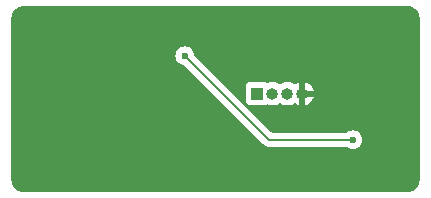
<source format=gbr>
%TF.GenerationSoftware,KiCad,Pcbnew,8.0.5*%
%TF.CreationDate,2025-01-07T00:48:21+01:00*%
%TF.ProjectId,my_Project3,6d795f50-726f-46a6-9563-74332e6b6963,rev?*%
%TF.SameCoordinates,Original*%
%TF.FileFunction,Copper,L2,Bot*%
%TF.FilePolarity,Positive*%
%FSLAX46Y46*%
G04 Gerber Fmt 4.6, Leading zero omitted, Abs format (unit mm)*
G04 Created by KiCad (PCBNEW 8.0.5) date 2025-01-07 00:48:21*
%MOMM*%
%LPD*%
G01*
G04 APERTURE LIST*
%TA.AperFunction,ComponentPad*%
%ADD10R,1.000000X1.000000*%
%TD*%
%TA.AperFunction,ComponentPad*%
%ADD11O,1.000000X1.000000*%
%TD*%
%TA.AperFunction,ViaPad*%
%ADD12C,0.600000*%
%TD*%
%TA.AperFunction,Conductor*%
%ADD13C,0.200000*%
%TD*%
G04 APERTURE END LIST*
D10*
%TO.P,J1,1,Pin_1*%
%TO.N,SWDCLK*%
X136180000Y-79396000D03*
D11*
%TO.P,J1,2,Pin_2*%
%TO.N,SWDIO*%
X137450000Y-79396000D03*
%TO.P,J1,3,Pin_3*%
%TO.N,+3.3V*%
X138720000Y-79396000D03*
%TO.P,J1,4,Pin_4*%
%TO.N,GND*%
X139990000Y-79396000D03*
%TD*%
D12*
%TO.N,GND*%
X122844000Y-81788000D03*
X124044000Y-80264000D03*
%TO.N,+5V*%
X144272000Y-83312000D03*
X130048000Y-76200000D03*
%TD*%
D13*
%TO.N,GND*%
X122844000Y-81788000D02*
X122844000Y-81464000D01*
X122844000Y-81464000D02*
X124044000Y-80264000D01*
%TO.N,+5V*%
X130048000Y-76200000D02*
X137160000Y-83312000D01*
X137160000Y-83312000D02*
X144272000Y-83312000D01*
%TD*%
%TA.AperFunction,Conductor*%
%TO.N,GND*%
G36*
X148901395Y-71976972D02*
G01*
X149062919Y-71991103D01*
X149084204Y-71994855D01*
X149235587Y-72035419D01*
X149255885Y-72042807D01*
X149375564Y-72098614D01*
X149397915Y-72109037D01*
X149416634Y-72119844D01*
X149545010Y-72209734D01*
X149561567Y-72223628D01*
X149672371Y-72334432D01*
X149686265Y-72350989D01*
X149776155Y-72479365D01*
X149786962Y-72498084D01*
X149853189Y-72640107D01*
X149860582Y-72660418D01*
X149901143Y-72811794D01*
X149904896Y-72833080D01*
X149919028Y-72994603D01*
X149919500Y-73005411D01*
X149919500Y-86710588D01*
X149919028Y-86721396D01*
X149904896Y-86882919D01*
X149901143Y-86904205D01*
X149860582Y-87055581D01*
X149853189Y-87075892D01*
X149786962Y-87217915D01*
X149776155Y-87236634D01*
X149686265Y-87365010D01*
X149672371Y-87381567D01*
X149561567Y-87492371D01*
X149545010Y-87506265D01*
X149416634Y-87596155D01*
X149397915Y-87606962D01*
X149255892Y-87673189D01*
X149235581Y-87680582D01*
X149084205Y-87721143D01*
X149062919Y-87724896D01*
X148917332Y-87737633D01*
X148901394Y-87739028D01*
X148890588Y-87739500D01*
X116389412Y-87739500D01*
X116378605Y-87739028D01*
X116360754Y-87737466D01*
X116217080Y-87724896D01*
X116195794Y-87721143D01*
X116044418Y-87680582D01*
X116024107Y-87673189D01*
X115882084Y-87606962D01*
X115863365Y-87596155D01*
X115734989Y-87506265D01*
X115718432Y-87492371D01*
X115607628Y-87381567D01*
X115593734Y-87365010D01*
X115503844Y-87236634D01*
X115493037Y-87217915D01*
X115482614Y-87195564D01*
X115426807Y-87075885D01*
X115419419Y-87055587D01*
X115378855Y-86904204D01*
X115375103Y-86882918D01*
X115360972Y-86721395D01*
X115360500Y-86710588D01*
X115360500Y-76199996D01*
X129242435Y-76199996D01*
X129242435Y-76200003D01*
X129262630Y-76379249D01*
X129262631Y-76379254D01*
X129322211Y-76549523D01*
X129418184Y-76702262D01*
X129545738Y-76829816D01*
X129698478Y-76925789D01*
X129868745Y-76985368D01*
X129955669Y-76995161D01*
X130020080Y-77022226D01*
X130029465Y-77030700D01*
X136675139Y-83676374D01*
X136675149Y-83676385D01*
X136679479Y-83680715D01*
X136679480Y-83680716D01*
X136791284Y-83792520D01*
X136878095Y-83842639D01*
X136878097Y-83842641D01*
X136916151Y-83864611D01*
X136928215Y-83871577D01*
X137080943Y-83912501D01*
X137080946Y-83912501D01*
X137246653Y-83912501D01*
X137246669Y-83912500D01*
X143689588Y-83912500D01*
X143756627Y-83932185D01*
X143766903Y-83939555D01*
X143769736Y-83941814D01*
X143769738Y-83941816D01*
X143922478Y-84037789D01*
X144092745Y-84097368D01*
X144092750Y-84097369D01*
X144271996Y-84117565D01*
X144272000Y-84117565D01*
X144272004Y-84117565D01*
X144451249Y-84097369D01*
X144451252Y-84097368D01*
X144451255Y-84097368D01*
X144621522Y-84037789D01*
X144774262Y-83941816D01*
X144901816Y-83814262D01*
X144997789Y-83661522D01*
X145057368Y-83491255D01*
X145077565Y-83312000D01*
X145057368Y-83132745D01*
X144997789Y-82962478D01*
X144901816Y-82809738D01*
X144774262Y-82682184D01*
X144763117Y-82675181D01*
X144621523Y-82586211D01*
X144451254Y-82526631D01*
X144451249Y-82526630D01*
X144272004Y-82506435D01*
X144271996Y-82506435D01*
X144092750Y-82526630D01*
X144092745Y-82526631D01*
X143922476Y-82586211D01*
X143769736Y-82682185D01*
X143766903Y-82684445D01*
X143764724Y-82685334D01*
X143763842Y-82685889D01*
X143763744Y-82685734D01*
X143702217Y-82710855D01*
X143689588Y-82711500D01*
X137460097Y-82711500D01*
X137393058Y-82691815D01*
X137372416Y-82675181D01*
X133545370Y-78848135D01*
X135179500Y-78848135D01*
X135179500Y-79943870D01*
X135179501Y-79943876D01*
X135185908Y-80003483D01*
X135236202Y-80138328D01*
X135236206Y-80138335D01*
X135322452Y-80253544D01*
X135322455Y-80253547D01*
X135437664Y-80339793D01*
X135437671Y-80339797D01*
X135572517Y-80390091D01*
X135572516Y-80390091D01*
X135579444Y-80390835D01*
X135632127Y-80396500D01*
X136727872Y-80396499D01*
X136787483Y-80390091D01*
X136922331Y-80339796D01*
X136930379Y-80333770D01*
X136995842Y-80309351D01*
X137059474Y-80322895D01*
X137059645Y-80322483D01*
X137061875Y-80323406D01*
X137063146Y-80323677D01*
X137065273Y-80324814D01*
X137253868Y-80382024D01*
X137450000Y-80401341D01*
X137646132Y-80382024D01*
X137834727Y-80324814D01*
X138008538Y-80231910D01*
X138008544Y-80231904D01*
X138013607Y-80228523D01*
X138014703Y-80230164D01*
X138070639Y-80206405D01*
X138139507Y-80218194D01*
X138156148Y-80228888D01*
X138156393Y-80228523D01*
X138161458Y-80231907D01*
X138161462Y-80231910D01*
X138306344Y-80309351D01*
X138333147Y-80323678D01*
X138335273Y-80324814D01*
X138523868Y-80382024D01*
X138720000Y-80401341D01*
X138916132Y-80382024D01*
X139104727Y-80324814D01*
X139278538Y-80231910D01*
X139278544Y-80231904D01*
X139283607Y-80228523D01*
X139284624Y-80230045D01*
X139341021Y-80206084D01*
X139409890Y-80217866D01*
X139426424Y-80228489D01*
X139426678Y-80228110D01*
X139431738Y-80231491D01*
X139605465Y-80324349D01*
X139740000Y-80365159D01*
X140240000Y-80365159D01*
X140374534Y-80324349D01*
X140548260Y-80231491D01*
X140700528Y-80106528D01*
X140825492Y-79954260D01*
X140825496Y-79954253D01*
X140918347Y-79780541D01*
X140959160Y-79646000D01*
X140240000Y-79646000D01*
X140240000Y-80365159D01*
X139740000Y-80365159D01*
X139740000Y-79605618D01*
X139790446Y-79656064D01*
X139864555Y-79698851D01*
X139947213Y-79721000D01*
X140032787Y-79721000D01*
X140115445Y-79698851D01*
X140189554Y-79656064D01*
X140250064Y-79595554D01*
X140292851Y-79521445D01*
X140315000Y-79438787D01*
X140315000Y-79353213D01*
X140292851Y-79270555D01*
X140250064Y-79196446D01*
X140199618Y-79146000D01*
X140240000Y-79146000D01*
X140959160Y-79146000D01*
X140959160Y-79145999D01*
X140918347Y-79011458D01*
X140825496Y-78837746D01*
X140825492Y-78837739D01*
X140700528Y-78685471D01*
X140548260Y-78560507D01*
X140548253Y-78560503D01*
X140374541Y-78467652D01*
X140240000Y-78426839D01*
X140240000Y-79146000D01*
X140199618Y-79146000D01*
X140189554Y-79135936D01*
X140115445Y-79093149D01*
X140032787Y-79071000D01*
X139947213Y-79071000D01*
X139864555Y-79093149D01*
X139790446Y-79135936D01*
X139740000Y-79186382D01*
X139740000Y-78426839D01*
X139739999Y-78426839D01*
X139605458Y-78467652D01*
X139431742Y-78560505D01*
X139426673Y-78563893D01*
X139425556Y-78562221D01*
X139369715Y-78585921D01*
X139300851Y-78574111D01*
X139283811Y-78563158D01*
X139283601Y-78563473D01*
X139278532Y-78560086D01*
X139104733Y-78467188D01*
X139104727Y-78467186D01*
X138916132Y-78409976D01*
X138916129Y-78409975D01*
X138720000Y-78390659D01*
X138523870Y-78409975D01*
X138335266Y-78467188D01*
X138161467Y-78560086D01*
X138156399Y-78563473D01*
X138155305Y-78561836D01*
X138099337Y-78585596D01*
X138030471Y-78573795D01*
X138013843Y-78563109D01*
X138013601Y-78563473D01*
X138008532Y-78560086D01*
X137834733Y-78467188D01*
X137834727Y-78467186D01*
X137646132Y-78409976D01*
X137646129Y-78409975D01*
X137450000Y-78390659D01*
X137253870Y-78409975D01*
X137198278Y-78426839D01*
X137065273Y-78467186D01*
X137065272Y-78467186D01*
X137065267Y-78467188D01*
X137063143Y-78468324D01*
X137061898Y-78468583D01*
X137059641Y-78469518D01*
X137059463Y-78469089D01*
X136994740Y-78482564D01*
X136930382Y-78458231D01*
X136922331Y-78452204D01*
X136922328Y-78452202D01*
X136787482Y-78401908D01*
X136787483Y-78401908D01*
X136727883Y-78395501D01*
X136727881Y-78395500D01*
X136727873Y-78395500D01*
X136727864Y-78395500D01*
X135632129Y-78395500D01*
X135632123Y-78395501D01*
X135572516Y-78401908D01*
X135437671Y-78452202D01*
X135437664Y-78452206D01*
X135322455Y-78538452D01*
X135322452Y-78538455D01*
X135236206Y-78653664D01*
X135236202Y-78653671D01*
X135185908Y-78788517D01*
X135179501Y-78848116D01*
X135179500Y-78848135D01*
X133545370Y-78848135D01*
X130878700Y-76181465D01*
X130845215Y-76120142D01*
X130843163Y-76107686D01*
X130833368Y-76020745D01*
X130773789Y-75850478D01*
X130677816Y-75697738D01*
X130550262Y-75570184D01*
X130397523Y-75474211D01*
X130227254Y-75414631D01*
X130227249Y-75414630D01*
X130048004Y-75394435D01*
X130047996Y-75394435D01*
X129868750Y-75414630D01*
X129868745Y-75414631D01*
X129698476Y-75474211D01*
X129545737Y-75570184D01*
X129418184Y-75697737D01*
X129322211Y-75850476D01*
X129262631Y-76020745D01*
X129262630Y-76020750D01*
X129242435Y-76199996D01*
X115360500Y-76199996D01*
X115360500Y-73005411D01*
X115360972Y-72994604D01*
X115375103Y-72833081D01*
X115378856Y-72811794D01*
X115419420Y-72660408D01*
X115426806Y-72640117D01*
X115493038Y-72498080D01*
X115503844Y-72479365D01*
X115593738Y-72350983D01*
X115607622Y-72334438D01*
X115718438Y-72223622D01*
X115734983Y-72209738D01*
X115863368Y-72119842D01*
X115882080Y-72109038D01*
X116024117Y-72042806D01*
X116044408Y-72035420D01*
X116195797Y-71994855D01*
X116217078Y-71991103D01*
X116378605Y-71976972D01*
X116389412Y-71976500D01*
X116449892Y-71976500D01*
X148830108Y-71976500D01*
X148890588Y-71976500D01*
X148901395Y-71976972D01*
G37*
%TD.AperFunction*%
%TD*%
M02*

</source>
